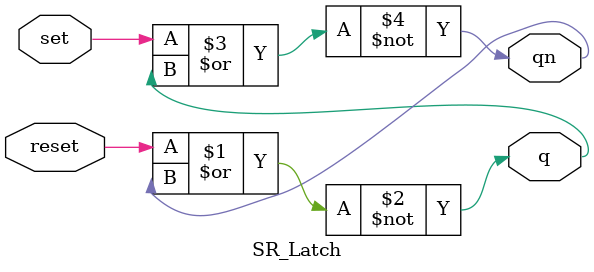
<source format=v>
`timescale 1ns / 1ps


module SR_Latch(

    input set,
    input reset,
    output q,
    output qn

    );
    
    
    assign #1 q = ~(reset | qn);
    assign #1 qn = ~(set | q);
    
    
endmodule

</source>
